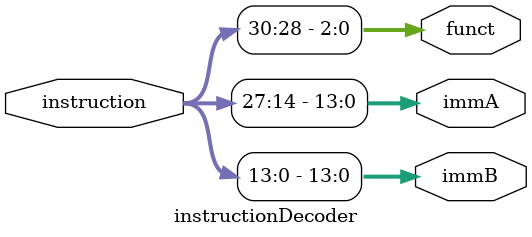
<source format=v>


/* Instruction Mem
Decodes inputted instructions so they can be parsed by the control logic.
*/

module instructionDecoder (

  output [13:0] immB, immA,
  output [2:0] funct,
  input [31:0] instruction // Leaving this right now, but we should probably do something
                           // more creative to represent how the user would press keys.
  );

  assign immB = instruction[13:0];
  assign immA = instruction[27:14];
  assign funct = instruction[30:28];


  endmodule

</source>
